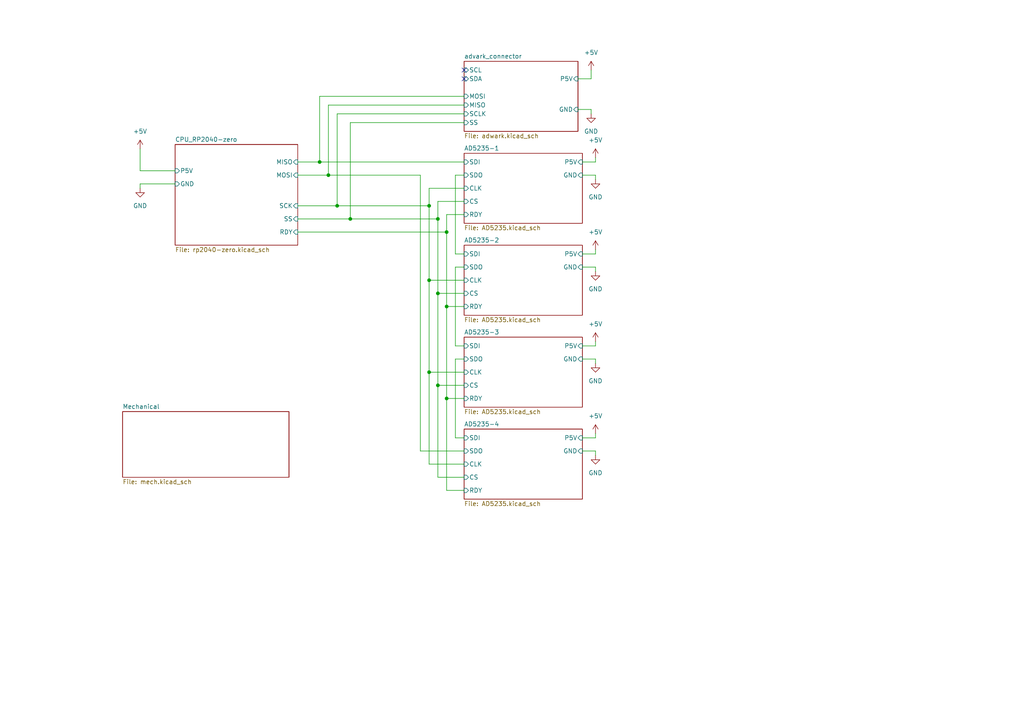
<source format=kicad_sch>
(kicad_sch (version 20230121) (generator eeschema)
  (paper "A4")
  (lib_symbols
    (symbol "PCM_4ms_Power-symbol:+5V" (power) (pin_names (offset 0))
      (property "Value" "+5V" (at 0 3.556 0))
      (symbol "+5V_0_1"
        (polyline (pts (xy -0.762 1.27) (xy 0 2.54)))
        (polyline (pts (xy 0 0) (xy 0 2.54)))
        (polyline (pts (xy 0 2.54) (xy 0.762 1.27)))
      )
      (symbol "+5V_1_1"
        (pin power_in line (at 0 0 90) (length 0) hide (name "+5V") (number "1"))
      )
    )
    (symbol "PCM_4ms_Power-symbol:GND" (power) (pin_names (offset 0))
      (property "Value" "GND" (at 0 -3.81 0))
      (symbol "GND_0_1"
        (polyline (pts (xy 0 0) (xy 0 -1.27) (xy 1.27 -1.27) (xy 0 -2.54) (xy -1.27 -1.27) (xy 0 -1.27)))
      )
      (symbol "GND_1_1"
        (pin power_in line (at 0 0 270) (length 0) hide (name "GND") (number "1"))
      )
    )
  )
  (junction (at 95.25 50.8))
  (junction (at 127 63.5))
  (junction (at 129.54 67.31))
  (junction (at 129.54 88.9))
  (junction (at 127 111.76))
  (junction (at 124.46 59.69))
  (junction (at 129.54 115.57))
  (junction (at 101.6 63.5))
  (junction (at 127 85.09))
  (junction (at 124.46 107.95))
  (junction (at 97.79 59.69))
  (junction (at 124.46 81.28))
  (junction (at 92.71 46.99))
  (no_connect (at 134.62 22.86))
  (no_connect (at 134.62 20.32))
  (wire (pts (xy 127 63.5) (xy 127 85.09)))
  (wire (pts (xy 168.91 127) (xy 172.72 127)))
  (wire (pts (xy 171.45 31.75) (xy 171.45 33.02)))
  (wire (pts (xy 40.64 43.18) (xy 40.64 49.53)))
  (wire (pts (xy 134.62 77.47) (xy 132.08 77.47)))
  (wire (pts (xy 127 85.09) (xy 134.62 85.09)))
  (wire (pts (xy 172.72 50.8) (xy 172.72 52.07)))
  (wire (pts (xy 132.08 100.33) (xy 134.62 100.33)))
  (wire (pts (xy 121.92 130.81) (xy 121.92 50.8)))
  (wire (pts (xy 127 85.09) (xy 127 111.76)))
  (wire (pts (xy 101.6 35.56) (xy 101.6 63.5)))
  (wire (pts (xy 167.64 22.86) (xy 171.45 22.86)))
  (wire (pts (xy 168.91 77.47) (xy 172.72 77.47)))
  (wire (pts (xy 134.62 62.23) (xy 129.54 62.23)))
  (wire (pts (xy 168.91 46.99) (xy 172.72 46.99)))
  (wire (pts (xy 101.6 63.5) (xy 127 63.5)))
  (wire (pts (xy 124.46 134.62) (xy 134.62 134.62)))
  (wire (pts (xy 167.64 31.75) (xy 171.45 31.75)))
  (wire (pts (xy 86.36 67.31) (xy 129.54 67.31)))
  (wire (pts (xy 86.36 46.99) (xy 92.71 46.99)))
  (wire (pts (xy 129.54 115.57) (xy 134.62 115.57)))
  (wire (pts (xy 172.72 46.99) (xy 172.72 45.72)))
  (wire (pts (xy 129.54 62.23) (xy 129.54 67.31)))
  (wire (pts (xy 124.46 81.28) (xy 134.62 81.28)))
  (wire (pts (xy 134.62 30.48) (xy 95.25 30.48)))
  (wire (pts (xy 132.08 50.8) (xy 132.08 73.66)))
  (wire (pts (xy 134.62 54.61) (xy 124.46 54.61)))
  (wire (pts (xy 168.91 130.81) (xy 172.72 130.81)))
  (wire (pts (xy 134.62 104.14) (xy 132.08 104.14)))
  (wire (pts (xy 95.25 50.8) (xy 86.36 50.8)))
  (wire (pts (xy 95.25 30.48) (xy 95.25 50.8)))
  (wire (pts (xy 134.62 27.94) (xy 92.71 27.94)))
  (wire (pts (xy 124.46 54.61) (xy 124.46 59.69)))
  (wire (pts (xy 168.91 50.8) (xy 172.72 50.8)))
  (wire (pts (xy 124.46 59.69) (xy 124.46 81.28)))
  (wire (pts (xy 172.72 73.66) (xy 172.72 72.39)))
  (wire (pts (xy 124.46 81.28) (xy 124.46 107.95)))
  (wire (pts (xy 134.62 50.8) (xy 132.08 50.8)))
  (wire (pts (xy 134.62 33.02) (xy 97.79 33.02)))
  (wire (pts (xy 127 138.43) (xy 134.62 138.43)))
  (wire (pts (xy 172.72 130.81) (xy 172.72 132.08)))
  (wire (pts (xy 132.08 127) (xy 134.62 127)))
  (wire (pts (xy 129.54 67.31) (xy 129.54 88.9)))
  (wire (pts (xy 129.54 88.9) (xy 129.54 115.57)))
  (wire (pts (xy 171.45 20.32) (xy 171.45 22.86)))
  (wire (pts (xy 172.72 77.47) (xy 172.72 78.74)))
  (wire (pts (xy 40.64 49.53) (xy 50.8 49.53)))
  (wire (pts (xy 129.54 142.24) (xy 134.62 142.24)))
  (wire (pts (xy 40.64 53.34) (xy 40.64 54.61)))
  (wire (pts (xy 92.71 27.94) (xy 92.71 46.99)))
  (wire (pts (xy 168.91 104.14) (xy 172.72 104.14)))
  (wire (pts (xy 132.08 104.14) (xy 132.08 127)))
  (wire (pts (xy 168.91 100.33) (xy 172.72 100.33)))
  (wire (pts (xy 124.46 107.95) (xy 134.62 107.95)))
  (wire (pts (xy 124.46 107.95) (xy 124.46 134.62)))
  (wire (pts (xy 86.36 63.5) (xy 101.6 63.5)))
  (wire (pts (xy 121.92 50.8) (xy 95.25 50.8)))
  (wire (pts (xy 97.79 33.02) (xy 97.79 59.69)))
  (wire (pts (xy 172.72 104.14) (xy 172.72 105.41)))
  (wire (pts (xy 168.91 73.66) (xy 172.72 73.66)))
  (wire (pts (xy 134.62 130.81) (xy 121.92 130.81)))
  (wire (pts (xy 50.8 53.34) (xy 40.64 53.34)))
  (wire (pts (xy 134.62 35.56) (xy 101.6 35.56)))
  (wire (pts (xy 132.08 73.66) (xy 134.62 73.66)))
  (wire (pts (xy 127 111.76) (xy 127 138.43)))
  (wire (pts (xy 129.54 115.57) (xy 129.54 142.24)))
  (wire (pts (xy 129.54 88.9) (xy 134.62 88.9)))
  (wire (pts (xy 86.36 59.69) (xy 97.79 59.69)))
  (wire (pts (xy 127 58.42) (xy 127 63.5)))
  (wire (pts (xy 127 111.76) (xy 134.62 111.76)))
  (wire (pts (xy 97.79 59.69) (xy 124.46 59.69)))
  (wire (pts (xy 134.62 58.42) (xy 127 58.42)))
  (wire (pts (xy 92.71 46.99) (xy 134.62 46.99)))
  (wire (pts (xy 172.72 100.33) (xy 172.72 99.06)))
  (wire (pts (xy 132.08 77.47) (xy 132.08 100.33)))
  (wire (pts (xy 172.72 127) (xy 172.72 125.73)))
  (symbol (lib_id "PCM_4ms_Power-symbol:+5V") (at 172.72 72.39 0) (unit 1)
    (property "Reference" "#PWR05" (effects hide))
    (property "Value" "+5V" (at 172.72 67.31 0))
  )
  (symbol (lib_id "PCM_4ms_Power-symbol:GND") (at 40.64 54.61 0) (unit 1)
    (property "Reference" "#PWR02" (effects hide))
    (property "Value" "GND" (at 40.64 59.69 0))
  )
  (symbol (lib_id "PCM_4ms_Power-symbol:+5V") (at 172.72 125.73 0) (unit 1)
    (property "Reference" "#PWR09" (effects hide))
    (property "Value" "+5V" (at 172.72 120.65 0))
  )
  (symbol (lib_id "PCM_4ms_Power-symbol:GND") (at 172.72 52.07 0) (unit 1)
    (property "Reference" "#PWR04" (effects hide))
    (property "Value" "GND" (at 172.72 57.15 0))
  )
  (symbol (lib_id "PCM_4ms_Power-symbol:+5V") (at 172.72 99.06 0) (unit 1)
    (property "Reference" "#PWR07" (effects hide))
    (property "Value" "+5V" (at 172.72 93.98 0))
  )
  (symbol (lib_id "PCM_4ms_Power-symbol:+5V") (at 171.45 20.32 0) (unit 1)
    (property "Reference" "#PWR011" (effects hide))
    (property "Value" "+5V" (at 171.45 15.24 0))
  )
  (symbol (lib_id "PCM_4ms_Power-symbol:+5V") (at 172.72 45.72 0) (unit 1)
    (property "Reference" "#PWR03" (effects hide))
    (property "Value" "+5V" (at 172.72 40.64 0))
  )
  (symbol (lib_id "PCM_4ms_Power-symbol:GND") (at 172.72 105.41 0) (unit 1)
    (property "Reference" "#PWR08" (effects hide))
    (property "Value" "GND" (at 172.72 110.49 0))
  )
  (symbol (lib_id "PCM_4ms_Power-symbol:+5V") (at 40.64 43.18 0) (unit 1)
    (property "Reference" "#PWR01" (effects hide))
    (property "Value" "+5V" (at 40.64 38.1 0))
  )
  (symbol (lib_id "PCM_4ms_Power-symbol:GND") (at 171.45 33.02 0) (unit 1)
    (property "Reference" "#PWR012" (effects hide))
    (property "Value" "GND" (at 171.45 38.1 0))
  )
  (symbol (lib_id "PCM_4ms_Power-symbol:GND") (at 172.72 78.74 0) (unit 1)
    (property "Reference" "#PWR06" (effects hide))
    (property "Value" "GND" (at 172.72 83.82 0))
  )
  (symbol (lib_id "PCM_4ms_Power-symbol:GND") (at 172.72 132.08 0) (unit 1)
    (property "Reference" "#PWR010" (effects hide))
    (property "Value" "GND" (at 172.72 137.16 0))
  )
  (sheet (at 134.62 97.79) (size 34.29 20.32) (stroke (width 0.1524))
    (property "Sheetname" "AD5235-3" (at 134.62 97.0784 0) (effects (justify left bottom)))
    (property "Sheetfile" "AD5235.kicad_sch" (at 134.62 118.6946 0) (effects (justify left top)))
    (pin "SDO" input (at 134.62 104.14 180))
    (pin "CLK" input (at 134.62 107.95 180))
    (pin "CS" input (at 134.62 111.76 180))
    (pin "SDI" input (at 134.62 100.33 180))
    (pin "P5V" input (at 168.91 100.33 0))
    (pin "RDY" input (at 134.62 115.57 180))
    (pin "GND" input (at 168.91 104.14 0))
  )
  (sheet (at 134.62 124.46) (size 34.29 20.32) (stroke (width 0.1524))
    (property "Sheetname" "AD5235-4" (at 134.62 123.7484 0) (effects (justify left bottom)))
    (property "Sheetfile" "AD5235.kicad_sch" (at 134.62 145.3646 0) (effects (justify left top)))
    (pin "SDO" input (at 134.62 130.81 180))
    (pin "CLK" input (at 134.62 134.62 180))
    (pin "CS" input (at 134.62 138.43 180))
    (pin "SDI" input (at 134.62 127 180))
    (pin "P5V" input (at 168.91 127 0))
    (pin "RDY" input (at 134.62 142.24 180))
    (pin "GND" input (at 168.91 130.81 0))
  )
  (sheet (at 134.62 17.78) (size 33.02 20.32) (stroke (width 0.1524))
    (property "Sheetname" "advark_connector" (at 134.62 17.0684 0) (effects (justify left bottom)))
    (property "Sheetfile" "adwark.kicad_sch" (at 134.62 38.6846 0) (effects (justify left top)))
    (pin "SCL" input (at 134.62 20.32 180))
    (pin "SDA" input (at 134.62 22.86 180))
    (pin "MISO" input (at 134.62 30.48 180))
    (pin "SCLK" input (at 134.62 33.02 180))
    (pin "SS" input (at 134.62 35.56 180))
    (pin "GND" input (at 167.64 31.75 0))
    (pin "P5V" input (at 167.64 22.86 0))
    (pin "MOSI" input (at 134.62 27.94 180))
  )
  (sheet (at 134.62 71.12) (size 34.29 20.32) (stroke (width 0.1524))
    (property "Sheetname" "AD5235-2" (at 134.62 70.4084 0) (effects (justify left bottom)))
    (property "Sheetfile" "AD5235.kicad_sch" (at 134.62 92.0246 0) (effects (justify left top)))
    (pin "SDO" input (at 134.62 77.47 180))
    (pin "CLK" input (at 134.62 81.28 180))
    (pin "CS" input (at 134.62 85.09 180))
    (pin "SDI" input (at 134.62 73.66 180))
    (pin "P5V" input (at 168.91 73.66 0))
    (pin "RDY" input (at 134.62 88.9 180))
    (pin "GND" input (at 168.91 77.47 0))
  )
  (sheet (at 134.62 44.45) (size 34.29 20.32) (stroke (width 0.1524))
    (property "Sheetname" "AD5235-1" (at 134.62 43.7384 0) (effects (justify left bottom)))
    (property "Sheetfile" "AD5235.kicad_sch" (at 134.62 65.3546 0) (effects (justify left top)))
    (pin "SDO" input (at 134.62 50.8 180))
    (pin "CLK" input (at 134.62 54.61 180))
    (pin "CS" input (at 134.62 58.42 180))
    (pin "SDI" input (at 134.62 46.99 180))
    (pin "P5V" input (at 168.91 46.99 0))
    (pin "RDY" input (at 134.62 62.23 180))
    (pin "GND" input (at 168.91 50.8 0))
  )
  (sheet (at 50.8 41.91) (size 35.56 29.21) (stroke (width 0.1524))
    (property "Sheetname" "CPU_RP2040-zero" (at 50.8 41.1984 0) (effects (justify left bottom)))
    (property "Sheetfile" "rp2040-zero.kicad_sch" (at 50.8 71.7046 0) (effects (justify left top)))
    (pin "MISO" input (at 86.36 46.99 0))
    (pin "RDY" input (at 86.36 67.31 0))
    (pin "SS" input (at 86.36 63.5 0))
    (pin "SCK" input (at 86.36 59.69 0))
    (pin "MOSI" input (at 86.36 50.8 0))
    (pin "GND" input (at 50.8 53.34 180))
    (pin "P5V" input (at 50.8 49.53 180))
  )
  (sheet (at 35.56 119.38) (size 48.26 19.05) (stroke (width 0.1524))
    (property "Sheetname" "Mechanical" (at 35.56 118.6684 0) (effects (justify left bottom)))
    (property "Sheetfile" "mech.kicad_sch" (at 35.56 139.0146 0) (effects (justify left top)))
  )
)
</source>
